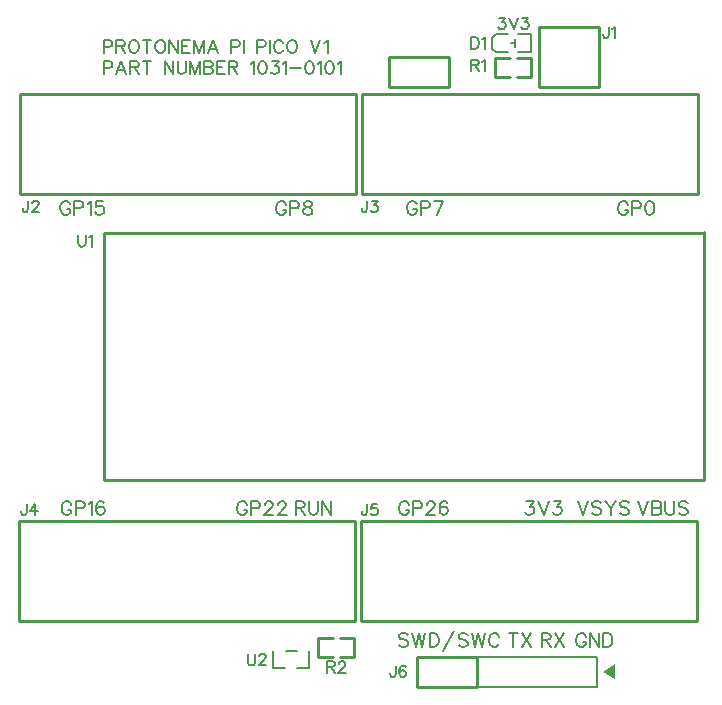
<source format=gto>
G04 Layer: TopSilkscreenLayer*
G04 EasyEDA v6.5.15, 2022-10-06 20:33:44*
G04 8bfdc35b050240779410f6369308cf52,5a6b42c53f6a479593ecc07194224c93,10*
G04 Gerber Generator version 0.2*
G04 Scale: 100 percent, Rotated: No, Reflected: No *
G04 Dimensions in millimeters *
G04 leading zeros omitted , absolute positions ,4 integer and 5 decimal *
%FSLAX45Y45*%
%MOMM*%

%ADD10C,0.1524*%
%ADD11C,0.2540*%
%ADD12C,0.2032*%
%ADD13C,0.2030*%
%ADD14C,0.1500*%
%ADD15C,0.0189*%

%LPD*%
D10*
X121665Y4241037D02*
G01*
X121665Y4168394D01*
X117094Y4154678D01*
X112521Y4150105D01*
X103378Y4145534D01*
X94487Y4145534D01*
X85344Y4150105D01*
X80771Y4154678D01*
X76200Y4168394D01*
X76200Y4177537D01*
X156210Y4218431D02*
G01*
X156210Y4223004D01*
X160781Y4231894D01*
X165354Y4236465D01*
X174497Y4241037D01*
X192531Y4241037D01*
X201676Y4236465D01*
X206247Y4231894D01*
X210820Y4223004D01*
X210820Y4213860D01*
X206247Y4204715D01*
X197104Y4191000D01*
X151637Y4145534D01*
X215392Y4145534D01*
X2991865Y4241037D02*
G01*
X2991865Y4168394D01*
X2987293Y4154678D01*
X2982722Y4150105D01*
X2973577Y4145534D01*
X2964688Y4145534D01*
X2955543Y4150105D01*
X2950972Y4154678D01*
X2946400Y4168394D01*
X2946400Y4177537D01*
X3030981Y4241037D02*
G01*
X3081020Y4241037D01*
X3053588Y4204715D01*
X3067304Y4204715D01*
X3076447Y4200144D01*
X3081020Y4195571D01*
X3085591Y4182110D01*
X3085591Y4172965D01*
X3081020Y4159250D01*
X3071875Y4150105D01*
X3058159Y4145534D01*
X3044697Y4145534D01*
X3030981Y4150105D01*
X3026409Y4154678D01*
X3021838Y4163821D01*
X108965Y1675637D02*
G01*
X108965Y1602994D01*
X104394Y1589278D01*
X99821Y1584705D01*
X90678Y1580134D01*
X81787Y1580134D01*
X72644Y1584705D01*
X68071Y1589278D01*
X63500Y1602994D01*
X63500Y1612137D01*
X184404Y1675637D02*
G01*
X138937Y1612137D01*
X207010Y1612137D01*
X184404Y1675637D02*
G01*
X184404Y1580134D01*
X2991865Y1675637D02*
G01*
X2991865Y1602994D01*
X2987293Y1589278D01*
X2982722Y1584705D01*
X2973577Y1580134D01*
X2964688Y1580134D01*
X2955543Y1584705D01*
X2950972Y1589278D01*
X2946400Y1602994D01*
X2946400Y1612137D01*
X3076447Y1675637D02*
G01*
X3030981Y1675637D01*
X3026409Y1634744D01*
X3030981Y1639315D01*
X3044697Y1643887D01*
X3058159Y1643887D01*
X3071875Y1639315D01*
X3081020Y1630171D01*
X3085591Y1616710D01*
X3085591Y1607565D01*
X3081020Y1593850D01*
X3071875Y1584705D01*
X3058159Y1580134D01*
X3044697Y1580134D01*
X3030981Y1584705D01*
X3026409Y1589278D01*
X3021838Y1598421D01*
X5199888Y4208526D02*
G01*
X5194554Y4219447D01*
X5183631Y4230370D01*
X5172709Y4235957D01*
X5150865Y4235957D01*
X5139943Y4230370D01*
X5129022Y4219447D01*
X5123434Y4208526D01*
X5118100Y4192270D01*
X5118100Y4165092D01*
X5123434Y4148581D01*
X5129022Y4137660D01*
X5139943Y4126737D01*
X5150865Y4121404D01*
X5172709Y4121404D01*
X5183631Y4126737D01*
X5194554Y4137660D01*
X5199888Y4148581D01*
X5199888Y4165092D01*
X5172709Y4165092D02*
G01*
X5199888Y4165092D01*
X5235956Y4235957D02*
G01*
X5235956Y4121404D01*
X5235956Y4235957D02*
G01*
X5284977Y4235957D01*
X5301488Y4230370D01*
X5306822Y4225036D01*
X5312156Y4214113D01*
X5312156Y4197604D01*
X5306822Y4186681D01*
X5301488Y4181347D01*
X5284977Y4176013D01*
X5235956Y4176013D01*
X5380990Y4235957D02*
G01*
X5364734Y4230370D01*
X5353811Y4214113D01*
X5348224Y4186681D01*
X5348224Y4170426D01*
X5353811Y4143247D01*
X5364734Y4126737D01*
X5380990Y4121404D01*
X5391911Y4121404D01*
X5408168Y4126737D01*
X5419090Y4143247D01*
X5424677Y4170426D01*
X5424677Y4186681D01*
X5419090Y4214113D01*
X5408168Y4230370D01*
X5391911Y4235957D01*
X5380990Y4235957D01*
X3411981Y4212132D02*
G01*
X3406647Y4223054D01*
X3395725Y4233976D01*
X3384804Y4239564D01*
X3362959Y4239564D01*
X3352038Y4233976D01*
X3341115Y4223054D01*
X3335527Y4212132D01*
X3330193Y4195876D01*
X3330193Y4168698D01*
X3335527Y4152188D01*
X3341115Y4141266D01*
X3352038Y4130344D01*
X3362959Y4125010D01*
X3384804Y4125010D01*
X3395725Y4130344D01*
X3406647Y4141266D01*
X3411981Y4152188D01*
X3411981Y4168698D01*
X3384804Y4168698D02*
G01*
X3411981Y4168698D01*
X3448050Y4239564D02*
G01*
X3448050Y4125010D01*
X3448050Y4239564D02*
G01*
X3497072Y4239564D01*
X3513581Y4233976D01*
X3518915Y4228642D01*
X3524250Y4217720D01*
X3524250Y4201210D01*
X3518915Y4190288D01*
X3513581Y4184954D01*
X3497072Y4179620D01*
X3448050Y4179620D01*
X3636772Y4239564D02*
G01*
X3582161Y4125010D01*
X3560318Y4239564D02*
G01*
X3636772Y4239564D01*
X2304288Y4208526D02*
G01*
X2298954Y4219447D01*
X2288031Y4230370D01*
X2277109Y4235957D01*
X2255265Y4235957D01*
X2244343Y4230370D01*
X2233422Y4219447D01*
X2227834Y4208526D01*
X2222500Y4192270D01*
X2222500Y4165092D01*
X2227834Y4148581D01*
X2233422Y4137660D01*
X2244343Y4126737D01*
X2255265Y4121404D01*
X2277109Y4121404D01*
X2288031Y4126737D01*
X2298954Y4137660D01*
X2304288Y4148581D01*
X2304288Y4165092D01*
X2277109Y4165092D02*
G01*
X2304288Y4165092D01*
X2340356Y4235957D02*
G01*
X2340356Y4121404D01*
X2340356Y4235957D02*
G01*
X2389377Y4235957D01*
X2405888Y4230370D01*
X2411222Y4225036D01*
X2416556Y4214113D01*
X2416556Y4197604D01*
X2411222Y4186681D01*
X2405888Y4181347D01*
X2389377Y4176013D01*
X2340356Y4176013D01*
X2480056Y4235957D02*
G01*
X2463545Y4230370D01*
X2458211Y4219447D01*
X2458211Y4208526D01*
X2463545Y4197604D01*
X2474468Y4192270D01*
X2496311Y4186681D01*
X2512568Y4181347D01*
X2523490Y4170426D01*
X2529077Y4159504D01*
X2529077Y4143247D01*
X2523490Y4132326D01*
X2518156Y4126737D01*
X2501645Y4121404D01*
X2480056Y4121404D01*
X2463545Y4126737D01*
X2458211Y4132326D01*
X2452624Y4143247D01*
X2452624Y4159504D01*
X2458211Y4170426D01*
X2469134Y4181347D01*
X2485390Y4186681D01*
X2507234Y4192270D01*
X2518156Y4197604D01*
X2523490Y4208526D01*
X2523490Y4219447D01*
X2518156Y4230370D01*
X2501645Y4235957D01*
X2480056Y4235957D01*
X478281Y4212132D02*
G01*
X472947Y4223054D01*
X462026Y4233976D01*
X451104Y4239564D01*
X429260Y4239564D01*
X418337Y4233976D01*
X407415Y4223054D01*
X401828Y4212132D01*
X396494Y4195876D01*
X396494Y4168698D01*
X401828Y4152188D01*
X407415Y4141266D01*
X418337Y4130344D01*
X429260Y4125010D01*
X451104Y4125010D01*
X462026Y4130344D01*
X472947Y4141266D01*
X478281Y4152188D01*
X478281Y4168698D01*
X451104Y4168698D02*
G01*
X478281Y4168698D01*
X514350Y4239564D02*
G01*
X514350Y4125010D01*
X514350Y4239564D02*
G01*
X563371Y4239564D01*
X579881Y4233976D01*
X585215Y4228642D01*
X590550Y4217720D01*
X590550Y4201210D01*
X585215Y4190288D01*
X579881Y4184954D01*
X563371Y4179620D01*
X514350Y4179620D01*
X626618Y4217720D02*
G01*
X637539Y4223054D01*
X654050Y4239564D01*
X654050Y4125010D01*
X755395Y4239564D02*
G01*
X700786Y4239564D01*
X695452Y4190288D01*
X700786Y4195876D01*
X717295Y4201210D01*
X733552Y4201210D01*
X750062Y4195876D01*
X760729Y4184954D01*
X766318Y4168698D01*
X766318Y4157776D01*
X760729Y4141266D01*
X750062Y4130344D01*
X733552Y4125010D01*
X717295Y4125010D01*
X700786Y4130344D01*
X695452Y4135932D01*
X689863Y4146854D01*
X488187Y1668526D02*
G01*
X482854Y1679447D01*
X471931Y1690370D01*
X461010Y1695957D01*
X439165Y1695957D01*
X428244Y1690370D01*
X417321Y1679447D01*
X411734Y1668526D01*
X406400Y1652270D01*
X406400Y1625092D01*
X411734Y1608581D01*
X417321Y1597660D01*
X428244Y1586737D01*
X439165Y1581404D01*
X461010Y1581404D01*
X471931Y1586737D01*
X482854Y1597660D01*
X488187Y1608581D01*
X488187Y1625092D01*
X461010Y1625092D02*
G01*
X488187Y1625092D01*
X524255Y1695957D02*
G01*
X524255Y1581404D01*
X524255Y1695957D02*
G01*
X573278Y1695957D01*
X589787Y1690370D01*
X595121Y1685036D01*
X600455Y1674113D01*
X600455Y1657604D01*
X595121Y1646681D01*
X589787Y1641347D01*
X573278Y1636013D01*
X524255Y1636013D01*
X636523Y1674113D02*
G01*
X647445Y1679447D01*
X663955Y1695957D01*
X663955Y1581404D01*
X765302Y1679447D02*
G01*
X759968Y1690370D01*
X743457Y1695957D01*
X732536Y1695957D01*
X716279Y1690370D01*
X705357Y1674113D01*
X699770Y1646681D01*
X699770Y1619504D01*
X705357Y1597660D01*
X716279Y1586737D01*
X732536Y1581404D01*
X738123Y1581404D01*
X754379Y1586737D01*
X765302Y1597660D01*
X770636Y1614170D01*
X770636Y1619504D01*
X765302Y1636013D01*
X754379Y1646681D01*
X738123Y1652270D01*
X732536Y1652270D01*
X716279Y1646681D01*
X705357Y1636013D01*
X699770Y1619504D01*
X3345688Y1668526D02*
G01*
X3340354Y1679447D01*
X3329431Y1690370D01*
X3318509Y1695957D01*
X3296665Y1695957D01*
X3285743Y1690370D01*
X3274822Y1679447D01*
X3269234Y1668526D01*
X3263900Y1652270D01*
X3263900Y1625092D01*
X3269234Y1608581D01*
X3274822Y1597660D01*
X3285743Y1586737D01*
X3296665Y1581404D01*
X3318509Y1581404D01*
X3329431Y1586737D01*
X3340354Y1597660D01*
X3345688Y1608581D01*
X3345688Y1625092D01*
X3318509Y1625092D02*
G01*
X3345688Y1625092D01*
X3381756Y1695957D02*
G01*
X3381756Y1581404D01*
X3381756Y1695957D02*
G01*
X3430777Y1695957D01*
X3447288Y1690370D01*
X3452622Y1685036D01*
X3457956Y1674113D01*
X3457956Y1657604D01*
X3452622Y1646681D01*
X3447288Y1641347D01*
X3430777Y1636013D01*
X3381756Y1636013D01*
X3499611Y1668526D02*
G01*
X3499611Y1674113D01*
X3504945Y1685036D01*
X3510534Y1690370D01*
X3521456Y1695957D01*
X3543045Y1695957D01*
X3553968Y1690370D01*
X3559556Y1685036D01*
X3564890Y1674113D01*
X3564890Y1663192D01*
X3559556Y1652270D01*
X3548634Y1636013D01*
X3494024Y1581404D01*
X3570477Y1581404D01*
X3671824Y1679447D02*
G01*
X3666490Y1690370D01*
X3649979Y1695957D01*
X3639058Y1695957D01*
X3622802Y1690370D01*
X3611879Y1674113D01*
X3606545Y1646681D01*
X3606545Y1619504D01*
X3611879Y1597660D01*
X3622802Y1586737D01*
X3639058Y1581404D01*
X3644645Y1581404D01*
X3660902Y1586737D01*
X3671824Y1597660D01*
X3677411Y1614170D01*
X3677411Y1619504D01*
X3671824Y1636013D01*
X3660902Y1646681D01*
X3644645Y1652270D01*
X3639058Y1652270D01*
X3622802Y1646681D01*
X3611879Y1636013D01*
X3606545Y1619504D01*
X3340354Y561847D02*
G01*
X3329431Y572770D01*
X3312922Y578357D01*
X3291077Y578357D01*
X3274822Y572770D01*
X3263900Y561847D01*
X3263900Y550926D01*
X3269234Y540004D01*
X3274822Y534670D01*
X3285743Y529081D01*
X3318509Y518413D01*
X3329431Y512826D01*
X3334765Y507492D01*
X3340354Y496570D01*
X3340354Y480060D01*
X3329431Y469137D01*
X3312922Y463804D01*
X3291077Y463804D01*
X3274822Y469137D01*
X3263900Y480060D01*
X3376168Y578357D02*
G01*
X3403600Y463804D01*
X3430777Y578357D02*
G01*
X3403600Y463804D01*
X3430777Y578357D02*
G01*
X3457956Y463804D01*
X3485388Y578357D02*
G01*
X3457956Y463804D01*
X3521456Y578357D02*
G01*
X3521456Y463804D01*
X3521456Y578357D02*
G01*
X3559556Y578357D01*
X3575811Y572770D01*
X3586734Y561847D01*
X3592322Y550926D01*
X3597656Y534670D01*
X3597656Y507492D01*
X3592322Y490981D01*
X3586734Y480060D01*
X3575811Y469137D01*
X3559556Y463804D01*
X3521456Y463804D01*
X3732022Y600202D02*
G01*
X3633724Y425450D01*
X3844290Y561847D02*
G01*
X3833368Y572770D01*
X3817111Y578357D01*
X3795268Y578357D01*
X3778758Y572770D01*
X3767836Y561847D01*
X3767836Y550926D01*
X3773424Y540004D01*
X3778758Y534670D01*
X3789679Y529081D01*
X3822445Y518413D01*
X3833368Y512826D01*
X3838702Y507492D01*
X3844290Y496570D01*
X3844290Y480060D01*
X3833368Y469137D01*
X3817111Y463804D01*
X3795268Y463804D01*
X3778758Y469137D01*
X3767836Y480060D01*
X3880358Y578357D02*
G01*
X3907536Y463804D01*
X3934713Y578357D02*
G01*
X3907536Y463804D01*
X3934713Y578357D02*
G01*
X3962145Y463804D01*
X3989324Y578357D02*
G01*
X3962145Y463804D01*
X4107179Y550926D02*
G01*
X4101591Y561847D01*
X4090924Y572770D01*
X4080002Y578357D01*
X4058158Y578357D01*
X4047236Y572770D01*
X4036313Y561847D01*
X4030725Y550926D01*
X4025391Y534670D01*
X4025391Y507492D01*
X4030725Y490981D01*
X4036313Y480060D01*
X4047236Y469137D01*
X4058158Y463804D01*
X4080002Y463804D01*
X4090924Y469137D01*
X4101591Y480060D01*
X4107179Y490981D01*
X4229100Y578357D02*
G01*
X4229100Y463804D01*
X4191000Y578357D02*
G01*
X4267454Y578357D01*
X4303268Y578357D02*
G01*
X4379722Y463804D01*
X4379722Y578357D02*
G01*
X4303268Y463804D01*
X4470400Y578357D02*
G01*
X4470400Y463804D01*
X4470400Y578357D02*
G01*
X4519422Y578357D01*
X4535931Y572770D01*
X4541265Y567436D01*
X4546854Y556513D01*
X4546854Y545592D01*
X4541265Y534670D01*
X4535931Y529081D01*
X4519422Y523747D01*
X4470400Y523747D01*
X4508500Y523747D02*
G01*
X4546854Y463804D01*
X4582668Y578357D02*
G01*
X4659122Y463804D01*
X4659122Y578357D02*
G01*
X4582668Y463804D01*
X2387600Y1695957D02*
G01*
X2387600Y1581404D01*
X2387600Y1695957D02*
G01*
X2436622Y1695957D01*
X2453131Y1690370D01*
X2458465Y1685036D01*
X2464054Y1674113D01*
X2464054Y1663192D01*
X2458465Y1652270D01*
X2453131Y1646681D01*
X2436622Y1641347D01*
X2387600Y1641347D01*
X2425700Y1641347D02*
G01*
X2464054Y1581404D01*
X2499868Y1695957D02*
G01*
X2499868Y1614170D01*
X2505456Y1597660D01*
X2516377Y1586737D01*
X2532634Y1581404D01*
X2543556Y1581404D01*
X2560065Y1586737D01*
X2570988Y1597660D01*
X2576322Y1614170D01*
X2576322Y1695957D01*
X2612390Y1695957D02*
G01*
X2612390Y1581404D01*
X2612390Y1695957D02*
G01*
X2688590Y1581404D01*
X2688590Y1695957D02*
G01*
X2688590Y1581404D01*
X5283200Y1695957D02*
G01*
X5326888Y1581404D01*
X5370575Y1695957D02*
G01*
X5326888Y1581404D01*
X5406390Y1695957D02*
G01*
X5406390Y1581404D01*
X5406390Y1695957D02*
G01*
X5455665Y1695957D01*
X5471922Y1690370D01*
X5477256Y1685036D01*
X5482843Y1674113D01*
X5482843Y1663192D01*
X5477256Y1652270D01*
X5471922Y1646681D01*
X5455665Y1641347D01*
X5406390Y1641347D02*
G01*
X5455665Y1641347D01*
X5471922Y1636013D01*
X5477256Y1630426D01*
X5482843Y1619504D01*
X5482843Y1603247D01*
X5477256Y1592326D01*
X5471922Y1586737D01*
X5455665Y1581404D01*
X5406390Y1581404D01*
X5518911Y1695957D02*
G01*
X5518911Y1614170D01*
X5524245Y1597660D01*
X5535168Y1586737D01*
X5551677Y1581404D01*
X5562345Y1581404D01*
X5578856Y1586737D01*
X5589777Y1597660D01*
X5595111Y1614170D01*
X5595111Y1695957D01*
X5707634Y1679447D02*
G01*
X5696711Y1690370D01*
X5680202Y1695957D01*
X5658358Y1695957D01*
X5642102Y1690370D01*
X5631179Y1679447D01*
X5631179Y1668526D01*
X5636768Y1657604D01*
X5642102Y1652270D01*
X5653024Y1646681D01*
X5685790Y1636013D01*
X5696711Y1630426D01*
X5702045Y1625092D01*
X5707634Y1614170D01*
X5707634Y1597660D01*
X5696711Y1586737D01*
X5680202Y1581404D01*
X5658358Y1581404D01*
X5642102Y1586737D01*
X5631179Y1597660D01*
X4341622Y1695957D02*
G01*
X4401565Y1695957D01*
X4368800Y1652270D01*
X4385309Y1652270D01*
X4396231Y1646681D01*
X4401565Y1641347D01*
X4407154Y1625092D01*
X4407154Y1614170D01*
X4401565Y1597660D01*
X4390643Y1586737D01*
X4374388Y1581404D01*
X4357877Y1581404D01*
X4341622Y1586737D01*
X4336034Y1592326D01*
X4330700Y1603247D01*
X4442968Y1695957D02*
G01*
X4486656Y1581404D01*
X4530343Y1695957D02*
G01*
X4486656Y1581404D01*
X4577334Y1695957D02*
G01*
X4637277Y1695957D01*
X4604511Y1652270D01*
X4620768Y1652270D01*
X4631690Y1646681D01*
X4637277Y1641347D01*
X4642611Y1625092D01*
X4642611Y1614170D01*
X4637277Y1597660D01*
X4626356Y1586737D01*
X4609845Y1581404D01*
X4593590Y1581404D01*
X4577334Y1586737D01*
X4571745Y1592326D01*
X4566411Y1603247D01*
X4775200Y1695957D02*
G01*
X4818888Y1581404D01*
X4862575Y1695957D02*
G01*
X4818888Y1581404D01*
X4974843Y1679447D02*
G01*
X4963922Y1690370D01*
X4947665Y1695957D01*
X4925822Y1695957D01*
X4909311Y1690370D01*
X4898390Y1679447D01*
X4898390Y1668526D01*
X4903977Y1657604D01*
X4909311Y1652270D01*
X4920234Y1646681D01*
X4953000Y1636013D01*
X4963922Y1630426D01*
X4969256Y1625092D01*
X4974843Y1614170D01*
X4974843Y1597660D01*
X4963922Y1586737D01*
X4947665Y1581404D01*
X4925822Y1581404D01*
X4909311Y1586737D01*
X4898390Y1597660D01*
X5010911Y1695957D02*
G01*
X5054345Y1641347D01*
X5054345Y1581404D01*
X5098034Y1695957D02*
G01*
X5054345Y1641347D01*
X5210556Y1679447D02*
G01*
X5199634Y1690370D01*
X5183124Y1695957D01*
X5161279Y1695957D01*
X5145024Y1690370D01*
X5134102Y1679447D01*
X5134102Y1668526D01*
X5139436Y1657604D01*
X5145024Y1652270D01*
X5155945Y1646681D01*
X5188711Y1636013D01*
X5199634Y1630426D01*
X5204968Y1625092D01*
X5210556Y1614170D01*
X5210556Y1597660D01*
X5199634Y1586737D01*
X5183124Y1581404D01*
X5161279Y1581404D01*
X5145024Y1586737D01*
X5134102Y1597660D01*
X762000Y5423915D02*
G01*
X762000Y5314950D01*
X762000Y5423915D02*
G01*
X808736Y5423915D01*
X824229Y5418836D01*
X829563Y5413502D01*
X834644Y5403087D01*
X834644Y5387594D01*
X829563Y5377179D01*
X824229Y5372100D01*
X808736Y5366765D01*
X762000Y5366765D01*
X910589Y5423915D02*
G01*
X868934Y5314950D01*
X910589Y5423915D02*
G01*
X952245Y5314950D01*
X884681Y5351271D02*
G01*
X936497Y5351271D01*
X986536Y5423915D02*
G01*
X986536Y5314950D01*
X986536Y5423915D02*
G01*
X1033271Y5423915D01*
X1048765Y5418836D01*
X1054100Y5413502D01*
X1059179Y5403087D01*
X1059179Y5392673D01*
X1054100Y5382260D01*
X1048765Y5377179D01*
X1033271Y5372100D01*
X986536Y5372100D01*
X1022857Y5372100D02*
G01*
X1059179Y5314950D01*
X1129792Y5423915D02*
G01*
X1129792Y5314950D01*
X1093470Y5423915D02*
G01*
X1166113Y5423915D01*
X1280413Y5423915D02*
G01*
X1280413Y5314950D01*
X1280413Y5423915D02*
G01*
X1353312Y5314950D01*
X1353312Y5423915D02*
G01*
X1353312Y5314950D01*
X1387602Y5423915D02*
G01*
X1387602Y5345937D01*
X1392681Y5330444D01*
X1403095Y5320029D01*
X1418589Y5314950D01*
X1429004Y5314950D01*
X1444752Y5320029D01*
X1455165Y5330444D01*
X1460245Y5345937D01*
X1460245Y5423915D01*
X1494536Y5423915D02*
G01*
X1494536Y5314950D01*
X1494536Y5423915D02*
G01*
X1536192Y5314950D01*
X1577594Y5423915D02*
G01*
X1536192Y5314950D01*
X1577594Y5423915D02*
G01*
X1577594Y5314950D01*
X1611884Y5423915D02*
G01*
X1611884Y5314950D01*
X1611884Y5423915D02*
G01*
X1658620Y5423915D01*
X1674368Y5418836D01*
X1679447Y5413502D01*
X1684781Y5403087D01*
X1684781Y5392673D01*
X1679447Y5382260D01*
X1674368Y5377179D01*
X1658620Y5372100D01*
X1611884Y5372100D02*
G01*
X1658620Y5372100D01*
X1674368Y5366765D01*
X1679447Y5361686D01*
X1684781Y5351271D01*
X1684781Y5335523D01*
X1679447Y5325110D01*
X1674368Y5320029D01*
X1658620Y5314950D01*
X1611884Y5314950D01*
X1719071Y5423915D02*
G01*
X1719071Y5314950D01*
X1719071Y5423915D02*
G01*
X1786636Y5423915D01*
X1719071Y5372100D02*
G01*
X1760473Y5372100D01*
X1719071Y5314950D02*
G01*
X1786636Y5314950D01*
X1820926Y5423915D02*
G01*
X1820926Y5314950D01*
X1820926Y5423915D02*
G01*
X1867662Y5423915D01*
X1883155Y5418836D01*
X1888489Y5413502D01*
X1893570Y5403087D01*
X1893570Y5392673D01*
X1888489Y5382260D01*
X1883155Y5377179D01*
X1867662Y5372100D01*
X1820926Y5372100D01*
X1857247Y5372100D02*
G01*
X1893570Y5314950D01*
X2007870Y5403087D02*
G01*
X2018284Y5408421D01*
X2033777Y5423915D01*
X2033777Y5314950D01*
X2099309Y5423915D02*
G01*
X2083815Y5418836D01*
X2073402Y5403087D01*
X2068068Y5377179D01*
X2068068Y5361686D01*
X2073402Y5335523D01*
X2083815Y5320029D01*
X2099309Y5314950D01*
X2109724Y5314950D01*
X2125218Y5320029D01*
X2135631Y5335523D01*
X2140965Y5361686D01*
X2140965Y5377179D01*
X2135631Y5403087D01*
X2125218Y5418836D01*
X2109724Y5423915D01*
X2099309Y5423915D01*
X2185670Y5423915D02*
G01*
X2242820Y5423915D01*
X2211577Y5382260D01*
X2227072Y5382260D01*
X2237486Y5377179D01*
X2242820Y5372100D01*
X2247900Y5356352D01*
X2247900Y5345937D01*
X2242820Y5330444D01*
X2232406Y5320029D01*
X2216658Y5314950D01*
X2201163Y5314950D01*
X2185670Y5320029D01*
X2180336Y5325110D01*
X2175256Y5335523D01*
X2282190Y5403087D02*
G01*
X2292604Y5408421D01*
X2308097Y5423915D01*
X2308097Y5314950D01*
X2342388Y5361686D02*
G01*
X2435859Y5361686D01*
X2501391Y5423915D02*
G01*
X2485897Y5418836D01*
X2475484Y5403087D01*
X2470150Y5377179D01*
X2470150Y5361686D01*
X2475484Y5335523D01*
X2485897Y5320029D01*
X2501391Y5314950D01*
X2511806Y5314950D01*
X2527300Y5320029D01*
X2537713Y5335523D01*
X2543047Y5361686D01*
X2543047Y5377179D01*
X2537713Y5403087D01*
X2527300Y5418836D01*
X2511806Y5423915D01*
X2501391Y5423915D01*
X2577338Y5403087D02*
G01*
X2587752Y5408421D01*
X2603245Y5423915D01*
X2603245Y5314950D01*
X2668777Y5423915D02*
G01*
X2653029Y5418836D01*
X2642870Y5403087D01*
X2637536Y5377179D01*
X2637536Y5361686D01*
X2642870Y5335523D01*
X2653029Y5320029D01*
X2668777Y5314950D01*
X2679191Y5314950D01*
X2694686Y5320029D01*
X2705100Y5335523D01*
X2710179Y5361686D01*
X2710179Y5377179D01*
X2705100Y5403087D01*
X2694686Y5418836D01*
X2679191Y5423915D01*
X2668777Y5423915D01*
X2744470Y5403087D02*
G01*
X2754884Y5408421D01*
X2770631Y5423915D01*
X2770631Y5314950D01*
X762000Y5601715D02*
G01*
X762000Y5492750D01*
X762000Y5601715D02*
G01*
X808736Y5601715D01*
X824229Y5596636D01*
X829563Y5591302D01*
X834644Y5580887D01*
X834644Y5565394D01*
X829563Y5554979D01*
X824229Y5549900D01*
X808736Y5544565D01*
X762000Y5544565D01*
X868934Y5601715D02*
G01*
X868934Y5492750D01*
X868934Y5601715D02*
G01*
X915670Y5601715D01*
X931418Y5596636D01*
X936497Y5591302D01*
X941831Y5580887D01*
X941831Y5570473D01*
X936497Y5560060D01*
X931418Y5554979D01*
X915670Y5549900D01*
X868934Y5549900D01*
X905510Y5549900D02*
G01*
X941831Y5492750D01*
X1007110Y5601715D02*
G01*
X996950Y5596636D01*
X986536Y5586221D01*
X981202Y5575807D01*
X976121Y5560060D01*
X976121Y5534152D01*
X981202Y5518657D01*
X986536Y5508244D01*
X996950Y5497829D01*
X1007110Y5492750D01*
X1027937Y5492750D01*
X1038352Y5497829D01*
X1048765Y5508244D01*
X1054100Y5518657D01*
X1059179Y5534152D01*
X1059179Y5560060D01*
X1054100Y5575807D01*
X1048765Y5586221D01*
X1038352Y5596636D01*
X1027937Y5601715D01*
X1007110Y5601715D01*
X1129792Y5601715D02*
G01*
X1129792Y5492750D01*
X1093470Y5601715D02*
G01*
X1166113Y5601715D01*
X1231645Y5601715D02*
G01*
X1221231Y5596636D01*
X1210818Y5586221D01*
X1205737Y5575807D01*
X1200404Y5560060D01*
X1200404Y5534152D01*
X1205737Y5518657D01*
X1210818Y5508244D01*
X1221231Y5497829D01*
X1231645Y5492750D01*
X1252473Y5492750D01*
X1262887Y5497829D01*
X1273302Y5508244D01*
X1278381Y5518657D01*
X1283715Y5534152D01*
X1283715Y5560060D01*
X1278381Y5575807D01*
X1273302Y5586221D01*
X1262887Y5596636D01*
X1252473Y5601715D01*
X1231645Y5601715D01*
X1318005Y5601715D02*
G01*
X1318005Y5492750D01*
X1318005Y5601715D02*
G01*
X1390650Y5492750D01*
X1390650Y5601715D02*
G01*
X1390650Y5492750D01*
X1424939Y5601715D02*
G01*
X1424939Y5492750D01*
X1424939Y5601715D02*
G01*
X1492504Y5601715D01*
X1424939Y5549900D02*
G01*
X1466595Y5549900D01*
X1424939Y5492750D02*
G01*
X1492504Y5492750D01*
X1526794Y5601715D02*
G01*
X1526794Y5492750D01*
X1526794Y5601715D02*
G01*
X1568450Y5492750D01*
X1609852Y5601715D02*
G01*
X1568450Y5492750D01*
X1609852Y5601715D02*
G01*
X1609852Y5492750D01*
X1685797Y5601715D02*
G01*
X1644142Y5492750D01*
X1685797Y5601715D02*
G01*
X1727200Y5492750D01*
X1659889Y5529071D02*
G01*
X1711705Y5529071D01*
X1841500Y5601715D02*
G01*
X1841500Y5492750D01*
X1841500Y5601715D02*
G01*
X1888489Y5601715D01*
X1903984Y5596636D01*
X1909063Y5591302D01*
X1914397Y5580887D01*
X1914397Y5565394D01*
X1909063Y5554979D01*
X1903984Y5549900D01*
X1888489Y5544565D01*
X1841500Y5544565D01*
X1948688Y5601715D02*
G01*
X1948688Y5492750D01*
X2062988Y5601715D02*
G01*
X2062988Y5492750D01*
X2062988Y5601715D02*
G01*
X2109724Y5601715D01*
X2125218Y5596636D01*
X2130552Y5591302D01*
X2135631Y5580887D01*
X2135631Y5565394D01*
X2130552Y5554979D01*
X2125218Y5549900D01*
X2109724Y5544565D01*
X2062988Y5544565D01*
X2169922Y5601715D02*
G01*
X2169922Y5492750D01*
X2282190Y5575807D02*
G01*
X2277109Y5586221D01*
X2266695Y5596636D01*
X2256281Y5601715D01*
X2235454Y5601715D01*
X2225040Y5596636D01*
X2214625Y5586221D01*
X2209545Y5575807D01*
X2204211Y5560060D01*
X2204211Y5534152D01*
X2209545Y5518657D01*
X2214625Y5508244D01*
X2225040Y5497829D01*
X2235454Y5492750D01*
X2256281Y5492750D01*
X2266695Y5497829D01*
X2277109Y5508244D01*
X2282190Y5518657D01*
X2347722Y5601715D02*
G01*
X2337308Y5596636D01*
X2326893Y5586221D01*
X2321559Y5575807D01*
X2316479Y5560060D01*
X2316479Y5534152D01*
X2321559Y5518657D01*
X2326893Y5508244D01*
X2337308Y5497829D01*
X2347722Y5492750D01*
X2368550Y5492750D01*
X2378709Y5497829D01*
X2389124Y5508244D01*
X2394458Y5518657D01*
X2399538Y5534152D01*
X2399538Y5560060D01*
X2394458Y5575807D01*
X2389124Y5586221D01*
X2378709Y5596636D01*
X2368550Y5601715D01*
X2347722Y5601715D01*
X2513838Y5601715D02*
G01*
X2555493Y5492750D01*
X2597150Y5601715D02*
G01*
X2555493Y5492750D01*
X2631440Y5580887D02*
G01*
X2641600Y5586221D01*
X2657347Y5601715D01*
X2657347Y5492750D01*
X1974088Y1668526D02*
G01*
X1968754Y1679447D01*
X1957831Y1690370D01*
X1946909Y1695957D01*
X1925065Y1695957D01*
X1914144Y1690370D01*
X1903221Y1679447D01*
X1897634Y1668526D01*
X1892300Y1652270D01*
X1892300Y1625092D01*
X1897634Y1608581D01*
X1903221Y1597660D01*
X1914144Y1586737D01*
X1925065Y1581404D01*
X1946909Y1581404D01*
X1957831Y1586737D01*
X1968754Y1597660D01*
X1974088Y1608581D01*
X1974088Y1625092D01*
X1946909Y1625092D02*
G01*
X1974088Y1625092D01*
X2010156Y1695957D02*
G01*
X2010156Y1581404D01*
X2010156Y1695957D02*
G01*
X2059177Y1695957D01*
X2075688Y1690370D01*
X2081022Y1685036D01*
X2086356Y1674113D01*
X2086356Y1657604D01*
X2081022Y1646681D01*
X2075688Y1641347D01*
X2059177Y1636013D01*
X2010156Y1636013D01*
X2128011Y1668526D02*
G01*
X2128011Y1674113D01*
X2133345Y1685036D01*
X2138934Y1690370D01*
X2149856Y1695957D01*
X2171445Y1695957D01*
X2182368Y1690370D01*
X2187956Y1685036D01*
X2193290Y1674113D01*
X2193290Y1663192D01*
X2187956Y1652270D01*
X2177034Y1636013D01*
X2122424Y1581404D01*
X2198877Y1581404D01*
X2240279Y1668526D02*
G01*
X2240279Y1674113D01*
X2245868Y1685036D01*
X2251202Y1690370D01*
X2262124Y1695957D01*
X2283968Y1695957D01*
X2294890Y1690370D01*
X2300224Y1685036D01*
X2305811Y1674113D01*
X2305811Y1663192D01*
X2300224Y1652270D01*
X2289302Y1636013D01*
X2234945Y1581404D01*
X2311145Y1581404D01*
X4111243Y5790437D02*
G01*
X4161281Y5790437D01*
X4133850Y5754115D01*
X4147565Y5754115D01*
X4156709Y5749544D01*
X4161281Y5744971D01*
X4165854Y5731510D01*
X4165854Y5722365D01*
X4161281Y5708650D01*
X4152138Y5699505D01*
X4138422Y5694934D01*
X4124706Y5694934D01*
X4111243Y5699505D01*
X4106672Y5704078D01*
X4102100Y5713221D01*
X4195825Y5790437D02*
G01*
X4232147Y5694934D01*
X4268470Y5790437D02*
G01*
X4232147Y5694934D01*
X4307586Y5790437D02*
G01*
X4357624Y5790437D01*
X4330191Y5754115D01*
X4343908Y5754115D01*
X4353052Y5749544D01*
X4357624Y5744971D01*
X4362195Y5731510D01*
X4362195Y5722365D01*
X4357624Y5708650D01*
X4348479Y5699505D01*
X4334763Y5694934D01*
X4321302Y5694934D01*
X4307586Y5699505D01*
X4303013Y5704078D01*
X4298441Y5713221D01*
X546100Y3948937D02*
G01*
X546100Y3880865D01*
X550671Y3867150D01*
X559815Y3858005D01*
X573278Y3853434D01*
X582421Y3853434D01*
X596137Y3858005D01*
X605281Y3867150D01*
X609854Y3880865D01*
X609854Y3948937D01*
X639826Y3930904D02*
G01*
X648715Y3935476D01*
X662431Y3948937D01*
X662431Y3853434D01*
X4844288Y550926D02*
G01*
X4838954Y561847D01*
X4828031Y572770D01*
X4817109Y578357D01*
X4795265Y578357D01*
X4784343Y572770D01*
X4773422Y561847D01*
X4767834Y550926D01*
X4762500Y534670D01*
X4762500Y507492D01*
X4767834Y490981D01*
X4773422Y480060D01*
X4784343Y469137D01*
X4795265Y463804D01*
X4817109Y463804D01*
X4828031Y469137D01*
X4838954Y480060D01*
X4844288Y490981D01*
X4844288Y507492D01*
X4817109Y507492D02*
G01*
X4844288Y507492D01*
X4880356Y578357D02*
G01*
X4880356Y463804D01*
X4880356Y578357D02*
G01*
X4956556Y463804D01*
X4956556Y578357D02*
G01*
X4956556Y463804D01*
X4992624Y578357D02*
G01*
X4992624Y463804D01*
X4992624Y578357D02*
G01*
X5030977Y578357D01*
X5047234Y572770D01*
X5058156Y561847D01*
X5063490Y550926D01*
X5069077Y534670D01*
X5069077Y507492D01*
X5063490Y490981D01*
X5058156Y480060D01*
X5047234Y469137D01*
X5030977Y463804D01*
X4992624Y463804D01*
X5036565Y5714237D02*
G01*
X5036565Y5641594D01*
X5031993Y5627878D01*
X5027422Y5623305D01*
X5018277Y5618734D01*
X5009388Y5618734D01*
X5000243Y5623305D01*
X4995672Y5627878D01*
X4991100Y5641594D01*
X4991100Y5650737D01*
X5066538Y5696204D02*
G01*
X5075681Y5700776D01*
X5089397Y5714237D01*
X5089397Y5618734D01*
X2654300Y342137D02*
G01*
X2654300Y246634D01*
X2654300Y342137D02*
G01*
X2695193Y342137D01*
X2708909Y337565D01*
X2713481Y332994D01*
X2718054Y324104D01*
X2718054Y314960D01*
X2713481Y305815D01*
X2708909Y301244D01*
X2695193Y296671D01*
X2654300Y296671D01*
X2686050Y296671D02*
G01*
X2718054Y246634D01*
X2752597Y319531D02*
G01*
X2752597Y324104D01*
X2756915Y332994D01*
X2761488Y337565D01*
X2770631Y342137D01*
X2788920Y342137D01*
X2797809Y337565D01*
X2802381Y332994D01*
X2806954Y324104D01*
X2806954Y314960D01*
X2802381Y305815D01*
X2793491Y292100D01*
X2748025Y246634D01*
X2811525Y246634D01*
X1981200Y405637D02*
G01*
X1981200Y337565D01*
X1985772Y323850D01*
X1994915Y314705D01*
X2008377Y310134D01*
X2017522Y310134D01*
X2031238Y314705D01*
X2040381Y323850D01*
X2044954Y337565D01*
X2044954Y405637D01*
X2079497Y383031D02*
G01*
X2079497Y387604D01*
X2083815Y396494D01*
X2088388Y401065D01*
X2097531Y405637D01*
X2115820Y405637D01*
X2124709Y401065D01*
X2129281Y396494D01*
X2133854Y387604D01*
X2133854Y378460D01*
X2129281Y369315D01*
X2120391Y355600D01*
X2074925Y310134D01*
X2138425Y310134D01*
X3233165Y304037D02*
G01*
X3233165Y231394D01*
X3228593Y217678D01*
X3224022Y213105D01*
X3214877Y208534D01*
X3205988Y208534D01*
X3196843Y213105D01*
X3192272Y217678D01*
X3187700Y231394D01*
X3187700Y240537D01*
X3317747Y290576D02*
G01*
X3313175Y299465D01*
X3299459Y304037D01*
X3290315Y304037D01*
X3276854Y299465D01*
X3267709Y286004D01*
X3263138Y263144D01*
X3263138Y240537D01*
X3267709Y222250D01*
X3276854Y213105D01*
X3290315Y208534D01*
X3294888Y208534D01*
X3308604Y213105D01*
X3317747Y222250D01*
X3322320Y235965D01*
X3322320Y240537D01*
X3317747Y254000D01*
X3308604Y263144D01*
X3294888Y267715D01*
X3290315Y267715D01*
X3276854Y263144D01*
X3267709Y254000D01*
X3263138Y240537D01*
X3873500Y5625337D02*
G01*
X3873500Y5529834D01*
X3873500Y5625337D02*
G01*
X3905250Y5625337D01*
X3918965Y5620765D01*
X3928109Y5611876D01*
X3932681Y5602731D01*
X3937254Y5589015D01*
X3937254Y5566410D01*
X3932681Y5552694D01*
X3928109Y5543550D01*
X3918965Y5534405D01*
X3905250Y5529834D01*
X3873500Y5529834D01*
X3967225Y5607304D02*
G01*
X3976115Y5611876D01*
X3989831Y5625337D01*
X3989831Y5529834D01*
X3873500Y5434837D02*
G01*
X3873500Y5339334D01*
X3873500Y5434837D02*
G01*
X3914393Y5434837D01*
X3928109Y5430265D01*
X3932681Y5425694D01*
X3937254Y5416804D01*
X3937254Y5407660D01*
X3932681Y5398515D01*
X3928109Y5393944D01*
X3914393Y5389371D01*
X3873500Y5389371D01*
X3905250Y5389371D02*
G01*
X3937254Y5339334D01*
X3967225Y5416804D02*
G01*
X3976115Y5421376D01*
X3989831Y5434837D01*
X3989831Y5339334D01*
G36*
X5092700Y317500D02*
G01*
X4991100Y254000D01*
X5092700Y190500D01*
G37*
D11*
X3683000Y5461000D02*
G01*
X3683000Y5207000D01*
X3175000Y5207000D01*
X3175000Y5461000D01*
X3683000Y5461000D01*
X3683000Y5207000D01*
X3924300Y381000D02*
G01*
X3924300Y127000D01*
X3416300Y127000D01*
X3416300Y381000D01*
X3924300Y381000D01*
X3924300Y127000D01*
X5842000Y1873194D02*
G01*
X762000Y1873194D01*
X762000Y3968750D02*
G01*
X762000Y1873250D01*
X5842000Y3970995D02*
G01*
X762000Y3970995D01*
X5842000Y3975100D02*
G01*
X5842000Y1879600D01*
X2885561Y537712D02*
G01*
X2885561Y377708D01*
X2575504Y537202D02*
G01*
X2575504Y377197D01*
X2760565Y377708D02*
G01*
X2885561Y377708D01*
X2760565Y537712D02*
G01*
X2885561Y537712D01*
X2700507Y377197D02*
G01*
X2575504Y377197D01*
X2700507Y537202D02*
G01*
X2575504Y537202D01*
D10*
X2196879Y428221D02*
G01*
X2196879Y282978D01*
X2300041Y282978D01*
X2502120Y428221D02*
G01*
X2502120Y282978D01*
X2398958Y282978D01*
X2303960Y428221D02*
G01*
X2395039Y428221D01*
D12*
X3924300Y127000D02*
G01*
X3924300Y381000D01*
X4940300Y381000D01*
X4940300Y127000D01*
X4749800Y127000D01*
D13*
X3924300Y127000D02*
G01*
X4749800Y127000D01*
D14*
X4246100Y5575523D02*
G01*
X4212099Y5575523D01*
X4054093Y5540296D02*
G01*
X4054093Y5530293D01*
X4084088Y5500291D01*
X4269094Y5650298D02*
G01*
X4384095Y5650298D01*
X4269094Y5500291D02*
G01*
X4384095Y5500291D01*
X4189095Y5650298D02*
G01*
X4084088Y5650298D01*
X4189095Y5500291D02*
G01*
X4084088Y5500291D01*
X4384095Y5650285D02*
G01*
X4384095Y5502295D01*
X4054093Y5610288D02*
G01*
X4054093Y5540296D01*
X4054093Y5610288D02*
G01*
X4054093Y5620303D01*
X4084088Y5650298D01*
X4246100Y5610296D02*
G01*
X4246100Y5542297D01*
D11*
X4074038Y5291587D02*
G01*
X4074038Y5451591D01*
X4384095Y5292097D02*
G01*
X4384095Y5452102D01*
X4199034Y5451591D02*
G01*
X4074038Y5451591D01*
X4199034Y5291587D02*
G01*
X4074038Y5291587D01*
X4259092Y5452102D02*
G01*
X4384095Y5452102D01*
X4259092Y5292097D02*
G01*
X4384095Y5292097D01*
X50800Y5145811D02*
G01*
X2900806Y5145811D01*
X2900806Y4295800D01*
X50800Y4295800D01*
X50800Y5145811D01*
X4445000Y5715000D02*
G01*
X4953000Y5715000D01*
X4953000Y5207000D01*
X4445000Y5207000D01*
X4445000Y5715000D01*
X2946400Y5145811D02*
G01*
X5796406Y5145811D01*
X5796406Y4295800D01*
X2946400Y4295800D01*
X2946400Y5145811D01*
X42798Y1529892D02*
G01*
X2892806Y1529892D01*
X2892806Y679881D01*
X42798Y679881D01*
X42798Y1529892D01*
X2938399Y1529892D02*
G01*
X5788406Y1529892D01*
X5788406Y679881D01*
X2938399Y679881D01*
X2938399Y1529892D01*
M02*

</source>
